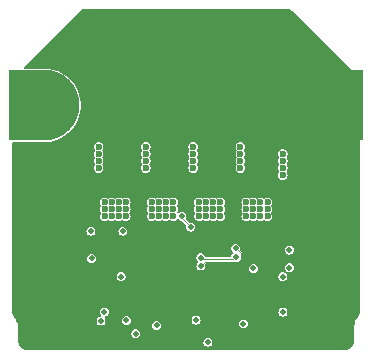
<source format=gbr>
%TF.GenerationSoftware,KiCad,Pcbnew,7.0.8-7.0.8~ubuntu22.04.1*%
%TF.CreationDate,2023-11-12T23:56:43-08:00*%
%TF.ProjectId,driver-tmc2160,64726976-6572-42d7-946d-63323136302e,rev?*%
%TF.SameCoordinates,Original*%
%TF.FileFunction,Copper,L3,Inr*%
%TF.FilePolarity,Positive*%
%FSLAX46Y46*%
G04 Gerber Fmt 4.6, Leading zero omitted, Abs format (unit mm)*
G04 Created by KiCad (PCBNEW 7.0.8-7.0.8~ubuntu22.04.1) date 2023-11-12 23:56:43*
%MOMM*%
%LPD*%
G01*
G04 APERTURE LIST*
G04 Aperture macros list*
%AMFreePoly0*
4,1,31,3.000000,0.000000,2.979715,-0.348279,2.919135,-0.691848,2.819078,-1.026060,2.680898,-1.346398,2.506463,-1.648527,2.298133,-1.928363,2.058725,-2.182121,1.791476,-2.406370,1.500000,-2.598076,1.188239,-2.754648,0.860410,-2.873969,0.520945,-2.954423,0.174434,-2.994924,-0.174434,-2.994924,-0.520945,-2.954423,-0.860410,-2.873969,-1.188239,-2.754648,-1.500000,-2.598076,-1.791476,-2.406370,
-2.058725,-2.182121,-2.298133,-1.928363,-2.506463,-1.648527,-2.680898,-1.346398,-2.819078,-1.026060,-2.919135,-0.691848,-2.979715,-0.348279,-3.000000,0.000000,-3.000000,3.000000,3.000000,3.000000,3.000000,0.000000,3.000000,0.000000,$1*%
G04 Aperture macros list end*
%TA.AperFunction,ComponentPad*%
%ADD10C,0.800000*%
%TD*%
%TA.AperFunction,ComponentPad*%
%ADD11FreePoly0,270.000000*%
%TD*%
%TA.AperFunction,ComponentPad*%
%ADD12FreePoly0,90.000000*%
%TD*%
%TA.AperFunction,ComponentPad*%
%ADD13C,0.500000*%
%TD*%
%TA.AperFunction,ViaPad*%
%ADD14C,0.500000*%
%TD*%
%TA.AperFunction,ViaPad*%
%ADD15C,0.600000*%
%TD*%
%TA.AperFunction,Conductor*%
%ADD16C,0.100000*%
%TD*%
G04 APERTURE END LIST*
D10*
%TO.N,GND*%
%TO.C,H2*%
X147000000Y-62100000D03*
X148697056Y-62802944D03*
X145302944Y-62802944D03*
X149400000Y-64500000D03*
D11*
X147000000Y-64500000D03*
D10*
X144600000Y-64500000D03*
X148697056Y-66197056D03*
X145302944Y-66197056D03*
X147000000Y-66900000D03*
%TD*%
%TO.N,+48V*%
%TO.C,H1*%
X123000000Y-66900000D03*
X121302944Y-66197056D03*
X124697056Y-66197056D03*
X120600000Y-64500000D03*
D12*
X123000000Y-64500000D03*
D10*
X125400000Y-64500000D03*
X121302944Y-62802944D03*
X124697056Y-62802944D03*
X123000000Y-62100000D03*
%TD*%
D13*
%TO.N,GND*%
%TO.C,U1*%
X130750000Y-78000000D03*
X130750000Y-79125000D03*
X130750000Y-80250000D03*
X130750000Y-81375000D03*
X131875000Y-78000000D03*
X131875000Y-79125000D03*
X131875000Y-80250000D03*
X131875000Y-81375000D03*
X133000000Y-78000000D03*
X133000000Y-79125000D03*
X133000000Y-80250000D03*
X133000000Y-81375000D03*
X134125000Y-78000000D03*
X134125000Y-79125000D03*
X134125000Y-80250000D03*
X134125000Y-81375000D03*
X135250000Y-78000000D03*
X135250000Y-79125000D03*
X135250000Y-80250000D03*
X135250000Y-81375000D03*
%TD*%
D14*
%TO.N,GND*%
X143200000Y-80500000D03*
%TO.N,/Diag0*%
X143750000Y-76750000D03*
%TO.N,/Dir*%
X143200000Y-79000000D03*
%TO.N,/Step*%
X143200000Y-82000000D03*
%TO.N,/Diag1*%
X143750000Y-78250000D03*
%TO.N,VCC*%
X139850000Y-83000000D03*
%TO.N,/Clk*%
X127800000Y-82750000D03*
%TO.N,/SRBL*%
X127000000Y-77450000D03*
%TO.N,GND*%
X138150000Y-84550000D03*
%TO.N,/~{En}*%
X140700000Y-78300000D03*
%TO.N,/~{CS}*%
X129950000Y-82700000D03*
D15*
%TO.N,GND*%
X149300000Y-72500000D03*
D14*
X139800000Y-79000000D03*
X129500000Y-79975000D03*
D15*
X149300000Y-68300000D03*
X120700000Y-72500000D03*
X120700000Y-68300000D03*
X120700000Y-69500000D03*
X120700000Y-70700000D03*
X149300000Y-73700000D03*
X149300000Y-70700000D03*
X149300000Y-69500000D03*
X120700000Y-68900000D03*
X120700000Y-70100000D03*
X120700000Y-73700000D03*
X149300000Y-68900000D03*
D14*
X129725000Y-81250000D03*
D15*
X149300000Y-74900000D03*
D14*
X139025000Y-80650000D03*
D15*
X149300000Y-71300000D03*
X120700000Y-71300000D03*
X120700000Y-71900000D03*
X149300000Y-70100000D03*
X149300000Y-71900000D03*
X149300000Y-74300000D03*
X120700000Y-74900000D03*
X120700000Y-73100000D03*
X149300000Y-73100000D03*
X120700000Y-74300000D03*
D14*
%TO.N,+12V*%
X129500000Y-79000000D03*
D15*
%TO.N,+48V*%
X140100000Y-73300000D03*
X133900000Y-72700000D03*
X129300000Y-73900000D03*
X137900000Y-73300000D03*
X129300000Y-72700000D03*
X137900000Y-73900000D03*
X132100000Y-73900000D03*
X128700000Y-73300000D03*
X128100000Y-73300000D03*
X128700000Y-72700000D03*
X137900000Y-72700000D03*
X137300000Y-73300000D03*
X136700000Y-72700000D03*
X141300000Y-73300000D03*
X129300000Y-73300000D03*
X136100000Y-72700000D03*
X133300000Y-73300000D03*
X129900000Y-73900000D03*
X129900000Y-72700000D03*
X128700000Y-73900000D03*
X137300000Y-72700000D03*
X141300000Y-72700000D03*
X133300000Y-73900000D03*
X141900000Y-72700000D03*
X136100000Y-73300000D03*
X132700000Y-73900000D03*
X132700000Y-72700000D03*
X140700000Y-73900000D03*
X129900000Y-73300000D03*
X136100000Y-73900000D03*
X133900000Y-73900000D03*
X128100000Y-73900000D03*
X140100000Y-72700000D03*
X137300000Y-73900000D03*
X140100000Y-73900000D03*
X132700000Y-73300000D03*
X132100000Y-73300000D03*
X141900000Y-73300000D03*
X133300000Y-72700000D03*
X132100000Y-72700000D03*
X136700000Y-73900000D03*
X140700000Y-73300000D03*
X140700000Y-72700000D03*
X141900000Y-73900000D03*
X141300000Y-73900000D03*
X136700000Y-73300000D03*
X128100000Y-72700000D03*
X133900000Y-73300000D03*
D14*
%TO.N,/SCK*%
X130750000Y-83825000D03*
%TO.N,/SDI*%
X132500000Y-83125000D03*
%TO.N,/SDO*%
X135850000Y-82675000D03*
%TO.N,VCC*%
X136850000Y-84550000D03*
D15*
%TO.N,Net-(Q2-S-Pad1)*%
X127600500Y-68600000D03*
X127600000Y-69200000D03*
X131600500Y-68600000D03*
X131600000Y-69800000D03*
X127600000Y-68000000D03*
X131600000Y-68000000D03*
X131600000Y-69200000D03*
X127600000Y-69800000D03*
D14*
%TO.N,/LB1*%
X129650000Y-75150000D03*
X126950000Y-75150000D03*
D15*
%TO.N,Net-(Q6-S-Pad1)*%
X135600500Y-68600000D03*
X139600000Y-68000000D03*
X143200000Y-68600000D03*
X139600000Y-69800000D03*
X143200000Y-69800000D03*
X135600000Y-69200000D03*
X135600000Y-68000000D03*
X139600500Y-68600000D03*
X143200000Y-69200000D03*
X143200000Y-70400000D03*
X139600000Y-69200000D03*
X135600000Y-69800000D03*
D14*
%TO.N,/LA1*%
X135400000Y-74800000D03*
X134650000Y-73900000D03*
%TO.N,/SRBL*%
X128075000Y-82000000D03*
%TO.N,/SRAH*%
X136250000Y-78100000D03*
X139200000Y-76600000D03*
%TO.N,/SRAL*%
X136250000Y-77400000D03*
X139200000Y-77300000D03*
%TD*%
D16*
%TO.N,/LA1*%
X135400000Y-74800000D02*
X134650000Y-74050000D01*
X134650000Y-74050000D02*
X134650000Y-73900000D01*
%TO.N,/SRAH*%
X139625000Y-77025000D02*
X139200000Y-76600000D01*
X136625000Y-77725000D02*
X139376041Y-77725000D01*
X136250000Y-78100000D02*
X136625000Y-77725000D01*
X139625000Y-77476041D02*
X139625000Y-77025000D01*
X139376041Y-77725000D02*
X139625000Y-77476041D01*
%TO.N,/SRAL*%
X138975000Y-77525000D02*
X139200000Y-77300000D01*
X136375000Y-77525000D02*
X138975000Y-77525000D01*
X136250000Y-77400000D02*
X136375000Y-77525000D01*
%TD*%
%TA.AperFunction,Conductor*%
%TO.N,GND*%
G36*
X143502424Y-56300739D02*
G01*
X143568798Y-56307276D01*
X143626764Y-56312985D01*
X143645794Y-56316770D01*
X143719273Y-56339059D01*
X143758354Y-56350915D01*
X143776285Y-56358342D01*
X143880022Y-56413791D01*
X143896158Y-56424573D01*
X143992735Y-56503831D01*
X143996335Y-56507094D01*
X144027833Y-56538590D01*
X149490023Y-62000781D01*
X149492904Y-62003663D01*
X149496168Y-62007265D01*
X149575426Y-62103841D01*
X149586208Y-62119977D01*
X149641657Y-62223714D01*
X149649084Y-62241645D01*
X149683228Y-62354203D01*
X149687014Y-62373237D01*
X149699261Y-62497575D01*
X149699500Y-62502430D01*
X149699500Y-81997571D01*
X149699262Y-82002417D01*
X149687059Y-82126539D01*
X149683286Y-82145541D01*
X149649260Y-82257920D01*
X149641859Y-82275823D01*
X149589282Y-82374394D01*
X149579197Y-82389696D01*
X149533712Y-82446476D01*
X149533709Y-82446481D01*
X149424691Y-82619215D01*
X149424685Y-82619225D01*
X149335776Y-82803092D01*
X149268083Y-82995807D01*
X149268079Y-82995820D01*
X149222471Y-83194903D01*
X149222470Y-83194910D01*
X149199521Y-83397866D01*
X149199512Y-83435057D01*
X149199500Y-83435205D01*
X149199500Y-84497569D01*
X149199261Y-84502424D01*
X149187014Y-84626762D01*
X149183228Y-84645796D01*
X149149084Y-84758354D01*
X149141657Y-84776285D01*
X149086208Y-84880022D01*
X149075426Y-84896158D01*
X149000806Y-84987083D01*
X148987083Y-85000806D01*
X148896159Y-85075426D01*
X148880023Y-85086208D01*
X148776286Y-85141657D01*
X148758355Y-85149084D01*
X148645796Y-85183228D01*
X148626763Y-85187014D01*
X148502426Y-85199261D01*
X148497571Y-85199500D01*
X121502430Y-85199500D01*
X121497575Y-85199261D01*
X121373237Y-85187014D01*
X121354203Y-85183228D01*
X121241645Y-85149084D01*
X121223714Y-85141657D01*
X121119977Y-85086208D01*
X121103841Y-85075426D01*
X121012916Y-85000806D01*
X120999193Y-84987083D01*
X120924573Y-84896158D01*
X120913791Y-84880022D01*
X120858342Y-84776285D01*
X120850915Y-84758354D01*
X120816771Y-84645796D01*
X120812985Y-84626762D01*
X120810581Y-84602351D01*
X120805425Y-84550000D01*
X136469819Y-84550000D01*
X136478110Y-84602351D01*
X136488426Y-84667481D01*
X136488428Y-84667488D01*
X136542425Y-84773462D01*
X136542427Y-84773465D01*
X136626535Y-84857573D01*
X136626537Y-84857574D01*
X136732511Y-84911571D01*
X136732513Y-84911571D01*
X136732518Y-84911574D01*
X136850000Y-84930181D01*
X136967482Y-84911574D01*
X137073465Y-84857573D01*
X137157573Y-84773465D01*
X137211574Y-84667482D01*
X137230181Y-84550000D01*
X137211574Y-84432518D01*
X137211571Y-84432513D01*
X137211571Y-84432511D01*
X137157574Y-84326537D01*
X137157573Y-84326535D01*
X137073465Y-84242427D01*
X137073462Y-84242425D01*
X136967488Y-84188428D01*
X136967483Y-84188426D01*
X136967482Y-84188426D01*
X136850000Y-84169819D01*
X136732518Y-84188426D01*
X136732511Y-84188428D01*
X136626537Y-84242425D01*
X136542425Y-84326537D01*
X136488428Y-84432511D01*
X136488426Y-84432518D01*
X136469819Y-84550000D01*
X120805425Y-84550000D01*
X120800737Y-84502409D01*
X120800500Y-84497568D01*
X120800500Y-83825000D01*
X130369819Y-83825000D01*
X130388426Y-83942481D01*
X130388428Y-83942488D01*
X130442425Y-84048462D01*
X130442427Y-84048465D01*
X130526535Y-84132573D01*
X130526537Y-84132574D01*
X130632511Y-84186571D01*
X130632513Y-84186571D01*
X130632518Y-84186574D01*
X130750000Y-84205181D01*
X130867482Y-84186574D01*
X130973465Y-84132573D01*
X131057573Y-84048465D01*
X131111574Y-83942482D01*
X131130181Y-83825000D01*
X131111574Y-83707518D01*
X131111571Y-83707513D01*
X131111571Y-83707511D01*
X131057574Y-83601537D01*
X131057573Y-83601535D01*
X130973465Y-83517427D01*
X130973462Y-83517425D01*
X130867488Y-83463428D01*
X130867483Y-83463426D01*
X130867482Y-83463426D01*
X130750000Y-83444819D01*
X130632518Y-83463426D01*
X130632511Y-83463428D01*
X130526537Y-83517425D01*
X130442425Y-83601537D01*
X130388428Y-83707511D01*
X130388426Y-83707518D01*
X130369819Y-83824999D01*
X130369819Y-83825000D01*
X120800500Y-83825000D01*
X120800500Y-83469918D01*
X120800491Y-83469738D01*
X120800477Y-83397872D01*
X120777527Y-83194911D01*
X120777527Y-83194910D01*
X120777526Y-83194904D01*
X120731918Y-82995821D01*
X120731915Y-82995812D01*
X120664224Y-82803101D01*
X120638547Y-82750000D01*
X127419819Y-82750000D01*
X127438426Y-82867481D01*
X127438428Y-82867488D01*
X127492425Y-82973462D01*
X127492427Y-82973465D01*
X127576535Y-83057573D01*
X127576537Y-83057574D01*
X127682511Y-83111571D01*
X127682513Y-83111571D01*
X127682518Y-83111574D01*
X127800000Y-83130181D01*
X127832712Y-83125000D01*
X132119819Y-83125000D01*
X132130891Y-83194910D01*
X132138426Y-83242481D01*
X132138428Y-83242488D01*
X132192425Y-83348462D01*
X132192427Y-83348465D01*
X132276535Y-83432573D01*
X132276537Y-83432574D01*
X132382511Y-83486571D01*
X132382513Y-83486571D01*
X132382518Y-83486574D01*
X132500000Y-83505181D01*
X132617482Y-83486574D01*
X132723465Y-83432573D01*
X132807573Y-83348465D01*
X132861574Y-83242482D01*
X132880181Y-83125000D01*
X132861574Y-83007518D01*
X132861571Y-83007513D01*
X132861571Y-83007511D01*
X132807574Y-82901537D01*
X132807573Y-82901535D01*
X132723465Y-82817427D01*
X132723462Y-82817425D01*
X132617488Y-82763428D01*
X132617483Y-82763426D01*
X132617482Y-82763426D01*
X132500000Y-82744819D01*
X132382518Y-82763426D01*
X132382511Y-82763428D01*
X132276537Y-82817425D01*
X132192425Y-82901537D01*
X132138428Y-83007511D01*
X132138426Y-83007518D01*
X132121946Y-83111573D01*
X132119819Y-83125000D01*
X127832712Y-83125000D01*
X127917482Y-83111574D01*
X128023465Y-83057573D01*
X128107573Y-82973465D01*
X128161574Y-82867482D01*
X128180181Y-82750000D01*
X128179360Y-82744819D01*
X128172262Y-82700000D01*
X129569819Y-82700000D01*
X129584467Y-82792488D01*
X129588426Y-82817481D01*
X129588428Y-82817488D01*
X129631253Y-82901535D01*
X129642427Y-82923465D01*
X129726535Y-83007573D01*
X129726537Y-83007574D01*
X129832511Y-83061571D01*
X129832513Y-83061571D01*
X129832518Y-83061574D01*
X129950000Y-83080181D01*
X130067482Y-83061574D01*
X130173465Y-83007573D01*
X130257573Y-82923465D01*
X130311574Y-82817482D01*
X130330181Y-82700000D01*
X130326221Y-82675000D01*
X135469819Y-82675000D01*
X135483973Y-82764369D01*
X135488426Y-82792481D01*
X135488428Y-82792488D01*
X135542425Y-82898462D01*
X135542427Y-82898465D01*
X135626535Y-82982573D01*
X135626537Y-82982574D01*
X135732511Y-83036571D01*
X135732513Y-83036571D01*
X135732518Y-83036574D01*
X135850000Y-83055181D01*
X135967482Y-83036574D01*
X136039263Y-83000000D01*
X139469819Y-83000000D01*
X139475611Y-83036573D01*
X139488426Y-83117481D01*
X139488428Y-83117488D01*
X139542425Y-83223462D01*
X139542427Y-83223465D01*
X139626535Y-83307573D01*
X139626537Y-83307574D01*
X139732511Y-83361571D01*
X139732513Y-83361571D01*
X139732518Y-83361574D01*
X139850000Y-83380181D01*
X139967482Y-83361574D01*
X140073465Y-83307573D01*
X140157573Y-83223465D01*
X140211574Y-83117482D01*
X140230181Y-83000000D01*
X140211574Y-82882518D01*
X140211571Y-82882513D01*
X140211571Y-82882511D01*
X140157574Y-82776537D01*
X140157573Y-82776535D01*
X140073465Y-82692427D01*
X140073462Y-82692425D01*
X139967488Y-82638428D01*
X139967483Y-82638426D01*
X139967482Y-82638426D01*
X139850000Y-82619819D01*
X139732518Y-82638426D01*
X139732511Y-82638428D01*
X139626537Y-82692425D01*
X139542425Y-82776537D01*
X139488428Y-82882511D01*
X139488426Y-82882518D01*
X139469819Y-83000000D01*
X136039263Y-83000000D01*
X136073465Y-82982573D01*
X136157573Y-82898465D01*
X136211574Y-82792482D01*
X136230181Y-82675000D01*
X136211574Y-82557518D01*
X136211571Y-82557513D01*
X136211571Y-82557511D01*
X136157574Y-82451537D01*
X136157573Y-82451535D01*
X136073465Y-82367427D01*
X136073462Y-82367425D01*
X135967488Y-82313428D01*
X135967483Y-82313426D01*
X135967482Y-82313426D01*
X135850000Y-82294819D01*
X135732518Y-82313426D01*
X135732511Y-82313428D01*
X135626537Y-82367425D01*
X135542425Y-82451537D01*
X135488428Y-82557511D01*
X135488426Y-82557518D01*
X135469819Y-82675000D01*
X130326221Y-82675000D01*
X130311574Y-82582518D01*
X130311571Y-82582513D01*
X130311571Y-82582511D01*
X130257574Y-82476537D01*
X130257573Y-82476535D01*
X130173465Y-82392427D01*
X130173462Y-82392425D01*
X130067488Y-82338428D01*
X130067483Y-82338426D01*
X130067482Y-82338426D01*
X129950000Y-82319819D01*
X129832518Y-82338426D01*
X129832511Y-82338428D01*
X129726537Y-82392425D01*
X129642425Y-82476537D01*
X129588428Y-82582511D01*
X129588426Y-82582518D01*
X129573779Y-82675000D01*
X129569819Y-82700000D01*
X128172262Y-82700000D01*
X128161574Y-82632518D01*
X128161571Y-82632513D01*
X128161571Y-82632511D01*
X128107574Y-82526537D01*
X128103810Y-82521356D01*
X128084903Y-82463165D01*
X128103811Y-82404975D01*
X128153311Y-82369011D01*
X128168411Y-82365386D01*
X128192482Y-82361574D01*
X128298465Y-82307573D01*
X128382573Y-82223465D01*
X128436574Y-82117482D01*
X128455181Y-82000000D01*
X142819819Y-82000000D01*
X142838426Y-82117481D01*
X142838428Y-82117488D01*
X142892425Y-82223462D01*
X142892427Y-82223465D01*
X142976535Y-82307573D01*
X142976537Y-82307574D01*
X143082511Y-82361571D01*
X143082513Y-82361571D01*
X143082518Y-82361574D01*
X143200000Y-82380181D01*
X143317482Y-82361574D01*
X143423465Y-82307573D01*
X143507573Y-82223465D01*
X143561574Y-82117482D01*
X143580181Y-82000000D01*
X143561574Y-81882518D01*
X143561571Y-81882513D01*
X143561571Y-81882511D01*
X143507574Y-81776537D01*
X143507573Y-81776535D01*
X143423465Y-81692427D01*
X143423462Y-81692425D01*
X143317488Y-81638428D01*
X143317483Y-81638426D01*
X143317482Y-81638426D01*
X143200000Y-81619819D01*
X143082518Y-81638426D01*
X143082511Y-81638428D01*
X142976537Y-81692425D01*
X142892425Y-81776537D01*
X142838428Y-81882511D01*
X142838426Y-81882518D01*
X142819819Y-81999999D01*
X142819819Y-82000000D01*
X128455181Y-82000000D01*
X128436574Y-81882518D01*
X128436571Y-81882513D01*
X128436571Y-81882511D01*
X128382574Y-81776537D01*
X128382573Y-81776535D01*
X128298465Y-81692427D01*
X128298462Y-81692425D01*
X128192488Y-81638428D01*
X128192483Y-81638426D01*
X128192482Y-81638426D01*
X128075000Y-81619819D01*
X127957518Y-81638426D01*
X127957511Y-81638428D01*
X127851537Y-81692425D01*
X127767425Y-81776537D01*
X127713428Y-81882511D01*
X127713426Y-81882518D01*
X127694819Y-81999999D01*
X127694819Y-82000000D01*
X127713426Y-82117481D01*
X127713428Y-82117488D01*
X127767425Y-82223462D01*
X127771190Y-82228644D01*
X127790096Y-82286835D01*
X127771187Y-82345026D01*
X127721686Y-82380988D01*
X127706585Y-82384614D01*
X127682517Y-82388426D01*
X127682511Y-82388428D01*
X127576537Y-82442425D01*
X127492425Y-82526537D01*
X127438428Y-82632511D01*
X127438426Y-82632518D01*
X127419819Y-82749999D01*
X127419819Y-82750000D01*
X120638547Y-82750000D01*
X120630011Y-82732346D01*
X120575308Y-82619216D01*
X120485256Y-82476535D01*
X120466290Y-82446485D01*
X120420805Y-82389704D01*
X120410730Y-82374417D01*
X120358140Y-82275820D01*
X120350740Y-82257920D01*
X120316714Y-82145541D01*
X120312942Y-82126543D01*
X120306024Y-82056173D01*
X120300738Y-82002406D01*
X120300500Y-81997560D01*
X120300500Y-79000000D01*
X129119819Y-79000000D01*
X129138426Y-79117481D01*
X129138428Y-79117488D01*
X129192425Y-79223462D01*
X129192427Y-79223465D01*
X129276535Y-79307573D01*
X129276537Y-79307574D01*
X129382511Y-79361571D01*
X129382513Y-79361571D01*
X129382518Y-79361574D01*
X129500000Y-79380181D01*
X129617482Y-79361574D01*
X129723465Y-79307573D01*
X129807573Y-79223465D01*
X129861574Y-79117482D01*
X129880181Y-79000000D01*
X142819819Y-79000000D01*
X142838426Y-79117481D01*
X142838428Y-79117488D01*
X142892425Y-79223462D01*
X142892427Y-79223465D01*
X142976535Y-79307573D01*
X142976537Y-79307574D01*
X143082511Y-79361571D01*
X143082513Y-79361571D01*
X143082518Y-79361574D01*
X143200000Y-79380181D01*
X143317482Y-79361574D01*
X143423465Y-79307573D01*
X143507573Y-79223465D01*
X143561574Y-79117482D01*
X143580181Y-79000000D01*
X143561574Y-78882518D01*
X143561571Y-78882513D01*
X143561571Y-78882511D01*
X143507574Y-78776537D01*
X143507573Y-78776535D01*
X143483427Y-78752389D01*
X143455652Y-78697875D01*
X143465223Y-78637443D01*
X143508488Y-78594178D01*
X143568920Y-78584607D01*
X143598377Y-78594178D01*
X143632518Y-78611574D01*
X143750000Y-78630181D01*
X143867482Y-78611574D01*
X143973465Y-78557573D01*
X144057573Y-78473465D01*
X144111574Y-78367482D01*
X144130181Y-78250000D01*
X144111574Y-78132518D01*
X144111571Y-78132513D01*
X144111571Y-78132511D01*
X144057574Y-78026537D01*
X144057573Y-78026535D01*
X143973465Y-77942427D01*
X143973462Y-77942425D01*
X143867488Y-77888428D01*
X143867483Y-77888426D01*
X143867482Y-77888426D01*
X143750000Y-77869819D01*
X143632518Y-77888426D01*
X143632511Y-77888428D01*
X143526537Y-77942425D01*
X143442425Y-78026537D01*
X143388428Y-78132511D01*
X143388426Y-78132518D01*
X143369819Y-78249999D01*
X143369819Y-78250000D01*
X143388426Y-78367481D01*
X143388428Y-78367488D01*
X143436368Y-78461574D01*
X143442427Y-78473465D01*
X143466571Y-78497609D01*
X143494347Y-78552124D01*
X143484776Y-78612556D01*
X143441511Y-78655821D01*
X143381079Y-78665392D01*
X143351621Y-78655820D01*
X143317488Y-78638428D01*
X143317483Y-78638426D01*
X143317482Y-78638426D01*
X143200000Y-78619819D01*
X143082518Y-78638426D01*
X143082511Y-78638428D01*
X142976537Y-78692425D01*
X142892425Y-78776537D01*
X142838428Y-78882511D01*
X142838426Y-78882518D01*
X142819819Y-78999999D01*
X142819819Y-79000000D01*
X129880181Y-79000000D01*
X129861574Y-78882518D01*
X129861571Y-78882513D01*
X129861571Y-78882511D01*
X129807574Y-78776537D01*
X129807573Y-78776535D01*
X129723465Y-78692427D01*
X129723462Y-78692425D01*
X129617488Y-78638428D01*
X129617483Y-78638426D01*
X129617482Y-78638426D01*
X129500000Y-78619819D01*
X129382518Y-78638426D01*
X129382511Y-78638428D01*
X129276537Y-78692425D01*
X129192425Y-78776537D01*
X129138428Y-78882511D01*
X129138426Y-78882518D01*
X129119819Y-78999999D01*
X129119819Y-79000000D01*
X120300500Y-79000000D01*
X120300500Y-78100000D01*
X135869819Y-78100000D01*
X135888426Y-78217481D01*
X135888428Y-78217488D01*
X135942425Y-78323462D01*
X135942427Y-78323465D01*
X136026535Y-78407573D01*
X136026537Y-78407574D01*
X136132511Y-78461571D01*
X136132513Y-78461571D01*
X136132518Y-78461574D01*
X136250000Y-78480181D01*
X136367482Y-78461574D01*
X136473465Y-78407573D01*
X136557573Y-78323465D01*
X136569529Y-78300000D01*
X140319819Y-78300000D01*
X140338426Y-78417481D01*
X140338428Y-78417488D01*
X140392425Y-78523462D01*
X140392427Y-78523465D01*
X140476535Y-78607573D01*
X140476537Y-78607574D01*
X140582511Y-78661571D01*
X140582513Y-78661571D01*
X140582518Y-78661574D01*
X140700000Y-78680181D01*
X140817482Y-78661574D01*
X140923465Y-78607573D01*
X141007573Y-78523465D01*
X141061574Y-78417482D01*
X141080181Y-78300000D01*
X141061574Y-78182518D01*
X141061571Y-78182513D01*
X141061571Y-78182511D01*
X141007574Y-78076537D01*
X141007573Y-78076535D01*
X140923465Y-77992427D01*
X140923462Y-77992425D01*
X140817488Y-77938428D01*
X140817483Y-77938426D01*
X140817482Y-77938426D01*
X140700000Y-77919819D01*
X140582518Y-77938426D01*
X140582511Y-77938428D01*
X140476537Y-77992425D01*
X140392425Y-78076537D01*
X140338428Y-78182511D01*
X140338426Y-78182518D01*
X140319819Y-78299999D01*
X140319819Y-78300000D01*
X136569529Y-78300000D01*
X136611574Y-78217482D01*
X136630181Y-78100000D01*
X136615191Y-78005357D01*
X136624762Y-77944927D01*
X136642969Y-77919869D01*
X136658347Y-77904492D01*
X136712865Y-77876718D01*
X136728346Y-77875500D01*
X139416367Y-77875500D01*
X139416368Y-77875500D01*
X139422841Y-77871761D01*
X139446724Y-77861869D01*
X139453945Y-77859935D01*
X139510976Y-77802905D01*
X139510976Y-77802904D01*
X139524896Y-77788985D01*
X139524900Y-77788978D01*
X139745430Y-77568450D01*
X139759935Y-77553945D01*
X139761869Y-77546724D01*
X139771761Y-77522841D01*
X139775500Y-77516368D01*
X139775500Y-77435715D01*
X139775500Y-77005186D01*
X139775500Y-76984673D01*
X139771762Y-76978199D01*
X139761869Y-76954314D01*
X139759935Y-76947096D01*
X139697262Y-76884422D01*
X139592968Y-76780129D01*
X139577617Y-76750000D01*
X143369819Y-76750000D01*
X143388426Y-76867481D01*
X143388428Y-76867488D01*
X143442425Y-76973462D01*
X143442427Y-76973465D01*
X143526535Y-77057573D01*
X143526537Y-77057574D01*
X143632511Y-77111571D01*
X143632513Y-77111571D01*
X143632518Y-77111574D01*
X143750000Y-77130181D01*
X143867482Y-77111574D01*
X143973465Y-77057573D01*
X144057573Y-76973465D01*
X144111574Y-76867482D01*
X144130181Y-76750000D01*
X144111574Y-76632518D01*
X144111571Y-76632513D01*
X144111571Y-76632511D01*
X144057574Y-76526537D01*
X144057573Y-76526535D01*
X143973465Y-76442427D01*
X143973462Y-76442425D01*
X143867488Y-76388428D01*
X143867483Y-76388426D01*
X143867482Y-76388426D01*
X143750000Y-76369819D01*
X143632518Y-76388426D01*
X143632511Y-76388428D01*
X143526537Y-76442425D01*
X143442425Y-76526537D01*
X143388428Y-76632511D01*
X143388426Y-76632518D01*
X143369819Y-76749999D01*
X143369819Y-76750000D01*
X139577617Y-76750000D01*
X139565191Y-76725612D01*
X139565191Y-76694644D01*
X139580181Y-76600000D01*
X139561574Y-76482518D01*
X139561571Y-76482513D01*
X139561571Y-76482511D01*
X139507574Y-76376537D01*
X139507573Y-76376535D01*
X139423465Y-76292427D01*
X139423462Y-76292425D01*
X139317488Y-76238428D01*
X139317483Y-76238426D01*
X139317482Y-76238426D01*
X139200000Y-76219819D01*
X139082518Y-76238426D01*
X139082511Y-76238428D01*
X138976537Y-76292425D01*
X138892425Y-76376537D01*
X138838428Y-76482511D01*
X138838426Y-76482518D01*
X138819819Y-76599999D01*
X138819819Y-76600000D01*
X138838426Y-76717481D01*
X138838428Y-76717488D01*
X138870346Y-76780129D01*
X138892427Y-76823465D01*
X138948960Y-76879998D01*
X138976736Y-76934513D01*
X138967165Y-76994945D01*
X138948961Y-77020000D01*
X138911389Y-77057573D01*
X138892425Y-77076537D01*
X138838428Y-77182511D01*
X138838426Y-77182518D01*
X138821246Y-77290987D01*
X138793468Y-77345504D01*
X138738952Y-77373281D01*
X138723465Y-77374500D01*
X136710696Y-77374500D01*
X136652505Y-77355593D01*
X136616541Y-77306093D01*
X136612915Y-77290986D01*
X136611574Y-77282519D01*
X136611571Y-77282511D01*
X136557574Y-77176537D01*
X136557573Y-77176535D01*
X136473465Y-77092427D01*
X136473462Y-77092425D01*
X136367488Y-77038428D01*
X136367483Y-77038426D01*
X136367482Y-77038426D01*
X136250000Y-77019819D01*
X136132518Y-77038426D01*
X136132511Y-77038428D01*
X136026537Y-77092425D01*
X135942425Y-77176537D01*
X135888428Y-77282511D01*
X135888426Y-77282518D01*
X135869819Y-77399999D01*
X135869819Y-77400000D01*
X135888426Y-77517481D01*
X135888428Y-77517488D01*
X135913905Y-77567488D01*
X135942427Y-77623465D01*
X135998960Y-77679998D01*
X136026736Y-77734513D01*
X136017165Y-77794945D01*
X135998961Y-77820000D01*
X135959028Y-77859934D01*
X135942425Y-77876537D01*
X135888428Y-77982511D01*
X135888426Y-77982518D01*
X135869819Y-78099999D01*
X135869819Y-78100000D01*
X120300500Y-78100000D01*
X120300500Y-77450000D01*
X126619819Y-77450000D01*
X126630330Y-77516368D01*
X126638426Y-77567481D01*
X126638428Y-77567488D01*
X126692425Y-77673462D01*
X126692427Y-77673465D01*
X126776535Y-77757573D01*
X126776537Y-77757574D01*
X126882511Y-77811571D01*
X126882513Y-77811571D01*
X126882518Y-77811574D01*
X127000000Y-77830181D01*
X127117482Y-77811574D01*
X127223465Y-77757573D01*
X127307573Y-77673465D01*
X127361574Y-77567482D01*
X127380181Y-77450000D01*
X127361574Y-77332518D01*
X127361571Y-77332513D01*
X127361571Y-77332511D01*
X127307574Y-77226537D01*
X127307573Y-77226535D01*
X127223465Y-77142427D01*
X127223462Y-77142425D01*
X127117488Y-77088428D01*
X127117483Y-77088426D01*
X127117482Y-77088426D01*
X127000000Y-77069819D01*
X126882518Y-77088426D01*
X126882511Y-77088428D01*
X126776537Y-77142425D01*
X126692425Y-77226537D01*
X126638428Y-77332511D01*
X126638426Y-77332518D01*
X126619819Y-77450000D01*
X120300500Y-77450000D01*
X120300500Y-75150000D01*
X126569819Y-75150000D01*
X126588426Y-75267481D01*
X126588428Y-75267488D01*
X126642425Y-75373462D01*
X126642427Y-75373465D01*
X126726535Y-75457573D01*
X126726537Y-75457574D01*
X126832511Y-75511571D01*
X126832513Y-75511571D01*
X126832518Y-75511574D01*
X126950000Y-75530181D01*
X127067482Y-75511574D01*
X127173465Y-75457573D01*
X127257573Y-75373465D01*
X127311574Y-75267482D01*
X127330181Y-75150000D01*
X129269819Y-75150000D01*
X129288426Y-75267481D01*
X129288428Y-75267488D01*
X129342425Y-75373462D01*
X129342427Y-75373465D01*
X129426535Y-75457573D01*
X129426537Y-75457574D01*
X129532511Y-75511571D01*
X129532513Y-75511571D01*
X129532518Y-75511574D01*
X129650000Y-75530181D01*
X129767482Y-75511574D01*
X129873465Y-75457573D01*
X129957573Y-75373465D01*
X130011574Y-75267482D01*
X130030181Y-75150000D01*
X130011574Y-75032518D01*
X130011571Y-75032513D01*
X130011571Y-75032511D01*
X129957574Y-74926537D01*
X129957573Y-74926535D01*
X129873465Y-74842427D01*
X129873462Y-74842425D01*
X129767488Y-74788428D01*
X129767483Y-74788426D01*
X129767482Y-74788426D01*
X129650000Y-74769819D01*
X129532518Y-74788426D01*
X129532511Y-74788428D01*
X129426537Y-74842425D01*
X129342425Y-74926537D01*
X129288428Y-75032511D01*
X129288426Y-75032518D01*
X129269819Y-75149999D01*
X129269819Y-75150000D01*
X127330181Y-75150000D01*
X127311574Y-75032518D01*
X127311571Y-75032513D01*
X127311571Y-75032511D01*
X127257574Y-74926537D01*
X127257573Y-74926535D01*
X127173465Y-74842427D01*
X127173462Y-74842425D01*
X127067488Y-74788428D01*
X127067483Y-74788426D01*
X127067482Y-74788426D01*
X126950000Y-74769819D01*
X126832518Y-74788426D01*
X126832511Y-74788428D01*
X126726537Y-74842425D01*
X126642425Y-74926537D01*
X126588428Y-75032511D01*
X126588426Y-75032518D01*
X126569819Y-75149999D01*
X126569819Y-75150000D01*
X120300500Y-75150000D01*
X120300500Y-73900000D01*
X127694508Y-73900000D01*
X127712344Y-74012616D01*
X127714354Y-74025303D01*
X127714355Y-74025307D01*
X127738893Y-74073465D01*
X127771950Y-74138342D01*
X127861658Y-74228050D01*
X127974696Y-74285646D01*
X128100000Y-74305492D01*
X128225304Y-74285646D01*
X128338342Y-74228050D01*
X128338348Y-74228043D01*
X128341810Y-74225530D01*
X128400000Y-74206623D01*
X128458190Y-74225530D01*
X128461654Y-74228046D01*
X128461658Y-74228050D01*
X128574696Y-74285646D01*
X128700000Y-74305492D01*
X128825304Y-74285646D01*
X128938342Y-74228050D01*
X128938348Y-74228043D01*
X128941810Y-74225530D01*
X129000000Y-74206623D01*
X129058190Y-74225530D01*
X129061654Y-74228046D01*
X129061658Y-74228050D01*
X129174696Y-74285646D01*
X129300000Y-74305492D01*
X129425304Y-74285646D01*
X129538342Y-74228050D01*
X129538348Y-74228043D01*
X129541810Y-74225530D01*
X129600000Y-74206623D01*
X129658190Y-74225530D01*
X129661654Y-74228046D01*
X129661658Y-74228050D01*
X129774696Y-74285646D01*
X129900000Y-74305492D01*
X130025304Y-74285646D01*
X130138342Y-74228050D01*
X130228050Y-74138342D01*
X130285646Y-74025304D01*
X130305492Y-73900000D01*
X131694508Y-73900000D01*
X131712344Y-74012616D01*
X131714354Y-74025303D01*
X131714355Y-74025307D01*
X131738893Y-74073465D01*
X131771950Y-74138342D01*
X131861658Y-74228050D01*
X131974696Y-74285646D01*
X132100000Y-74305492D01*
X132225304Y-74285646D01*
X132338342Y-74228050D01*
X132338348Y-74228043D01*
X132341810Y-74225530D01*
X132400000Y-74206623D01*
X132458190Y-74225530D01*
X132461654Y-74228046D01*
X132461658Y-74228050D01*
X132574696Y-74285646D01*
X132700000Y-74305492D01*
X132825304Y-74285646D01*
X132938342Y-74228050D01*
X132938348Y-74228043D01*
X132941810Y-74225530D01*
X133000000Y-74206623D01*
X133058190Y-74225530D01*
X133061654Y-74228046D01*
X133061658Y-74228050D01*
X133174696Y-74285646D01*
X133300000Y-74305492D01*
X133425304Y-74285646D01*
X133538342Y-74228050D01*
X133538348Y-74228043D01*
X133541810Y-74225530D01*
X133600000Y-74206623D01*
X133658190Y-74225530D01*
X133661654Y-74228046D01*
X133661658Y-74228050D01*
X133774696Y-74285646D01*
X133900000Y-74305492D01*
X134025304Y-74285646D01*
X134138342Y-74228050D01*
X134222675Y-74143716D01*
X134277190Y-74115941D01*
X134337622Y-74125512D01*
X134362677Y-74143715D01*
X134426535Y-74207573D01*
X134426537Y-74207574D01*
X134532511Y-74261571D01*
X134532513Y-74261571D01*
X134532518Y-74261574D01*
X134638834Y-74278412D01*
X134693349Y-74306189D01*
X134693350Y-74306189D01*
X135007031Y-74619870D01*
X135034808Y-74674387D01*
X135034808Y-74705361D01*
X135019819Y-74799999D01*
X135019819Y-74800000D01*
X135038426Y-74917481D01*
X135038428Y-74917488D01*
X135092425Y-75023462D01*
X135092427Y-75023465D01*
X135176535Y-75107573D01*
X135176537Y-75107574D01*
X135282511Y-75161571D01*
X135282513Y-75161571D01*
X135282518Y-75161574D01*
X135400000Y-75180181D01*
X135517482Y-75161574D01*
X135623465Y-75107573D01*
X135707573Y-75023465D01*
X135761574Y-74917482D01*
X135780181Y-74800000D01*
X135761574Y-74682518D01*
X135761571Y-74682513D01*
X135761571Y-74682511D01*
X135707574Y-74576537D01*
X135707573Y-74576535D01*
X135623465Y-74492427D01*
X135623462Y-74492425D01*
X135517488Y-74438428D01*
X135517483Y-74438426D01*
X135517482Y-74438426D01*
X135400000Y-74419819D01*
X135399999Y-74419819D01*
X135305361Y-74434808D01*
X135244929Y-74425237D01*
X135219870Y-74407031D01*
X135001254Y-74188415D01*
X134973477Y-74133898D01*
X134983047Y-74073468D01*
X135011574Y-74017482D01*
X135030181Y-73900000D01*
X135694508Y-73900000D01*
X135712344Y-74012616D01*
X135714354Y-74025303D01*
X135714355Y-74025307D01*
X135738893Y-74073465D01*
X135771950Y-74138342D01*
X135861658Y-74228050D01*
X135974696Y-74285646D01*
X136100000Y-74305492D01*
X136225304Y-74285646D01*
X136338342Y-74228050D01*
X136338348Y-74228043D01*
X136341810Y-74225530D01*
X136400000Y-74206623D01*
X136458190Y-74225530D01*
X136461654Y-74228046D01*
X136461658Y-74228050D01*
X136574696Y-74285646D01*
X136700000Y-74305492D01*
X136825304Y-74285646D01*
X136938342Y-74228050D01*
X136938348Y-74228043D01*
X136941810Y-74225530D01*
X137000000Y-74206623D01*
X137058190Y-74225530D01*
X137061654Y-74228046D01*
X137061658Y-74228050D01*
X137174696Y-74285646D01*
X137300000Y-74305492D01*
X137425304Y-74285646D01*
X137538342Y-74228050D01*
X137538348Y-74228043D01*
X137541810Y-74225530D01*
X137600000Y-74206623D01*
X137658190Y-74225530D01*
X137661654Y-74228046D01*
X137661658Y-74228050D01*
X137774696Y-74285646D01*
X137900000Y-74305492D01*
X138025304Y-74285646D01*
X138138342Y-74228050D01*
X138228050Y-74138342D01*
X138285646Y-74025304D01*
X138305492Y-73900000D01*
X139694508Y-73900000D01*
X139712344Y-74012616D01*
X139714354Y-74025303D01*
X139714355Y-74025307D01*
X139738893Y-74073465D01*
X139771950Y-74138342D01*
X139861658Y-74228050D01*
X139974696Y-74285646D01*
X140100000Y-74305492D01*
X140225304Y-74285646D01*
X140338342Y-74228050D01*
X140338348Y-74228043D01*
X140341810Y-74225530D01*
X140400000Y-74206623D01*
X140458190Y-74225530D01*
X140461654Y-74228046D01*
X140461658Y-74228050D01*
X140574696Y-74285646D01*
X140700000Y-74305492D01*
X140825304Y-74285646D01*
X140938342Y-74228050D01*
X140938348Y-74228043D01*
X140941810Y-74225530D01*
X141000000Y-74206623D01*
X141058190Y-74225530D01*
X141061654Y-74228046D01*
X141061658Y-74228050D01*
X141174696Y-74285646D01*
X141300000Y-74305492D01*
X141425304Y-74285646D01*
X141538342Y-74228050D01*
X141538348Y-74228043D01*
X141541810Y-74225530D01*
X141600000Y-74206623D01*
X141658190Y-74225530D01*
X141661654Y-74228046D01*
X141661658Y-74228050D01*
X141774696Y-74285646D01*
X141900000Y-74305492D01*
X142025304Y-74285646D01*
X142138342Y-74228050D01*
X142228050Y-74138342D01*
X142285646Y-74025304D01*
X142305492Y-73900000D01*
X142285646Y-73774696D01*
X142228050Y-73661658D01*
X142228046Y-73661654D01*
X142225530Y-73658190D01*
X142206623Y-73600000D01*
X142225530Y-73541810D01*
X142228043Y-73538348D01*
X142228050Y-73538342D01*
X142285646Y-73425304D01*
X142305492Y-73300000D01*
X142285646Y-73174696D01*
X142228050Y-73061658D01*
X142228046Y-73061654D01*
X142225530Y-73058190D01*
X142206623Y-73000000D01*
X142225530Y-72941810D01*
X142228043Y-72938348D01*
X142228050Y-72938342D01*
X142285646Y-72825304D01*
X142305492Y-72700000D01*
X142285646Y-72574696D01*
X142228050Y-72461658D01*
X142138342Y-72371950D01*
X142134406Y-72369944D01*
X142025307Y-72314355D01*
X142025304Y-72314354D01*
X141900000Y-72294508D01*
X141774696Y-72314354D01*
X141774692Y-72314355D01*
X141661656Y-72371950D01*
X141658185Y-72374473D01*
X141599993Y-72393376D01*
X141541815Y-72374473D01*
X141538343Y-72371950D01*
X141425307Y-72314355D01*
X141425304Y-72314354D01*
X141300000Y-72294508D01*
X141174696Y-72314354D01*
X141174692Y-72314355D01*
X141061656Y-72371950D01*
X141058185Y-72374473D01*
X140999993Y-72393376D01*
X140941815Y-72374473D01*
X140938343Y-72371950D01*
X140825307Y-72314355D01*
X140825304Y-72314354D01*
X140700000Y-72294508D01*
X140574696Y-72314354D01*
X140574692Y-72314355D01*
X140461656Y-72371950D01*
X140458185Y-72374473D01*
X140399993Y-72393376D01*
X140341815Y-72374473D01*
X140338343Y-72371950D01*
X140225307Y-72314355D01*
X140225304Y-72314354D01*
X140100000Y-72294508D01*
X139974696Y-72314354D01*
X139974692Y-72314355D01*
X139861659Y-72371949D01*
X139771949Y-72461659D01*
X139714355Y-72574692D01*
X139714354Y-72574696D01*
X139694508Y-72699999D01*
X139694508Y-72700000D01*
X139714354Y-72825303D01*
X139714355Y-72825307D01*
X139771950Y-72938343D01*
X139774473Y-72941815D01*
X139793376Y-73000007D01*
X139774473Y-73058185D01*
X139771950Y-73061656D01*
X139714355Y-73174692D01*
X139714354Y-73174696D01*
X139694508Y-73299999D01*
X139694508Y-73300000D01*
X139714354Y-73425303D01*
X139714355Y-73425307D01*
X139771950Y-73538343D01*
X139774473Y-73541815D01*
X139793376Y-73600007D01*
X139774473Y-73658185D01*
X139771950Y-73661656D01*
X139714355Y-73774692D01*
X139714354Y-73774696D01*
X139694508Y-73900000D01*
X138305492Y-73900000D01*
X138285646Y-73774696D01*
X138228050Y-73661658D01*
X138228046Y-73661654D01*
X138225530Y-73658190D01*
X138206623Y-73600000D01*
X138225530Y-73541810D01*
X138228043Y-73538348D01*
X138228050Y-73538342D01*
X138285646Y-73425304D01*
X138305492Y-73300000D01*
X138285646Y-73174696D01*
X138228050Y-73061658D01*
X138228046Y-73061654D01*
X138225530Y-73058190D01*
X138206623Y-73000000D01*
X138225530Y-72941810D01*
X138228043Y-72938348D01*
X138228050Y-72938342D01*
X138285646Y-72825304D01*
X138305492Y-72700000D01*
X138285646Y-72574696D01*
X138228050Y-72461658D01*
X138138342Y-72371950D01*
X138134406Y-72369944D01*
X138025307Y-72314355D01*
X138025304Y-72314354D01*
X137900000Y-72294508D01*
X137774696Y-72314354D01*
X137774692Y-72314355D01*
X137661656Y-72371950D01*
X137658185Y-72374473D01*
X137599993Y-72393376D01*
X137541815Y-72374473D01*
X137538343Y-72371950D01*
X137425307Y-72314355D01*
X137425304Y-72314354D01*
X137300000Y-72294508D01*
X137174696Y-72314354D01*
X137174692Y-72314355D01*
X137061656Y-72371950D01*
X137058185Y-72374473D01*
X136999993Y-72393376D01*
X136941815Y-72374473D01*
X136938343Y-72371950D01*
X136825307Y-72314355D01*
X136825304Y-72314354D01*
X136700000Y-72294508D01*
X136574696Y-72314354D01*
X136574692Y-72314355D01*
X136461656Y-72371950D01*
X136458185Y-72374473D01*
X136399993Y-72393376D01*
X136341815Y-72374473D01*
X136338343Y-72371950D01*
X136225307Y-72314355D01*
X136225304Y-72314354D01*
X136100000Y-72294508D01*
X135974696Y-72314354D01*
X135974692Y-72314355D01*
X135861659Y-72371949D01*
X135771949Y-72461659D01*
X135714355Y-72574692D01*
X135714354Y-72574696D01*
X135694508Y-72699999D01*
X135694508Y-72700000D01*
X135714354Y-72825303D01*
X135714355Y-72825307D01*
X135771950Y-72938343D01*
X135774473Y-72941815D01*
X135793376Y-73000007D01*
X135774473Y-73058185D01*
X135771950Y-73061656D01*
X135714355Y-73174692D01*
X135714354Y-73174696D01*
X135694508Y-73299999D01*
X135694508Y-73300000D01*
X135714354Y-73425303D01*
X135714355Y-73425307D01*
X135771950Y-73538343D01*
X135774473Y-73541815D01*
X135793376Y-73600007D01*
X135774473Y-73658185D01*
X135771950Y-73661656D01*
X135714355Y-73774692D01*
X135714354Y-73774696D01*
X135694508Y-73900000D01*
X135030181Y-73900000D01*
X135011574Y-73782518D01*
X135011571Y-73782513D01*
X135011571Y-73782511D01*
X134957574Y-73676537D01*
X134957573Y-73676535D01*
X134873465Y-73592427D01*
X134873462Y-73592425D01*
X134767488Y-73538428D01*
X134767483Y-73538426D01*
X134767482Y-73538426D01*
X134650000Y-73519819D01*
X134532518Y-73538426D01*
X134532511Y-73538428D01*
X134426537Y-73592425D01*
X134426532Y-73592429D01*
X134407652Y-73611309D01*
X134353135Y-73639085D01*
X134292703Y-73629513D01*
X134249439Y-73586247D01*
X134239869Y-73525815D01*
X134249439Y-73496363D01*
X134285646Y-73425304D01*
X134305492Y-73300000D01*
X134285646Y-73174696D01*
X134228050Y-73061658D01*
X134228046Y-73061654D01*
X134225530Y-73058190D01*
X134206623Y-73000000D01*
X134225530Y-72941810D01*
X134228043Y-72938348D01*
X134228050Y-72938342D01*
X134285646Y-72825304D01*
X134305492Y-72700000D01*
X134285646Y-72574696D01*
X134228050Y-72461658D01*
X134138342Y-72371950D01*
X134134406Y-72369944D01*
X134025307Y-72314355D01*
X134025304Y-72314354D01*
X133900000Y-72294508D01*
X133774696Y-72314354D01*
X133774692Y-72314355D01*
X133661656Y-72371950D01*
X133658185Y-72374473D01*
X133599993Y-72393376D01*
X133541815Y-72374473D01*
X133538343Y-72371950D01*
X133425307Y-72314355D01*
X133425304Y-72314354D01*
X133300000Y-72294508D01*
X133174696Y-72314354D01*
X133174692Y-72314355D01*
X133061656Y-72371950D01*
X133058185Y-72374473D01*
X132999993Y-72393376D01*
X132941815Y-72374473D01*
X132938343Y-72371950D01*
X132825307Y-72314355D01*
X132825304Y-72314354D01*
X132700000Y-72294508D01*
X132574696Y-72314354D01*
X132574692Y-72314355D01*
X132461656Y-72371950D01*
X132458185Y-72374473D01*
X132399993Y-72393376D01*
X132341815Y-72374473D01*
X132338343Y-72371950D01*
X132225307Y-72314355D01*
X132225304Y-72314354D01*
X132100000Y-72294508D01*
X131974696Y-72314354D01*
X131974692Y-72314355D01*
X131861659Y-72371949D01*
X131771949Y-72461659D01*
X131714355Y-72574692D01*
X131714354Y-72574696D01*
X131694508Y-72699999D01*
X131694508Y-72700000D01*
X131714354Y-72825303D01*
X131714355Y-72825307D01*
X131771950Y-72938343D01*
X131774473Y-72941815D01*
X131793376Y-73000007D01*
X131774473Y-73058185D01*
X131771950Y-73061656D01*
X131714355Y-73174692D01*
X131714354Y-73174696D01*
X131694508Y-73299999D01*
X131694508Y-73300000D01*
X131714354Y-73425303D01*
X131714355Y-73425307D01*
X131771950Y-73538343D01*
X131774473Y-73541815D01*
X131793376Y-73600007D01*
X131774473Y-73658185D01*
X131771950Y-73661656D01*
X131714355Y-73774692D01*
X131714354Y-73774696D01*
X131694508Y-73900000D01*
X130305492Y-73900000D01*
X130285646Y-73774696D01*
X130228050Y-73661658D01*
X130228046Y-73661654D01*
X130225530Y-73658190D01*
X130206623Y-73600000D01*
X130225530Y-73541810D01*
X130228043Y-73538348D01*
X130228050Y-73538342D01*
X130285646Y-73425304D01*
X130305492Y-73300000D01*
X130285646Y-73174696D01*
X130228050Y-73061658D01*
X130228046Y-73061654D01*
X130225530Y-73058190D01*
X130206623Y-73000000D01*
X130225530Y-72941810D01*
X130228043Y-72938348D01*
X130228050Y-72938342D01*
X130285646Y-72825304D01*
X130305492Y-72700000D01*
X130285646Y-72574696D01*
X130228050Y-72461658D01*
X130138342Y-72371950D01*
X130134406Y-72369944D01*
X130025307Y-72314355D01*
X130025304Y-72314354D01*
X129900000Y-72294508D01*
X129774696Y-72314354D01*
X129774692Y-72314355D01*
X129661656Y-72371950D01*
X129658185Y-72374473D01*
X129599993Y-72393376D01*
X129541815Y-72374473D01*
X129538343Y-72371950D01*
X129425307Y-72314355D01*
X129425304Y-72314354D01*
X129300000Y-72294508D01*
X129174696Y-72314354D01*
X129174692Y-72314355D01*
X129061656Y-72371950D01*
X129058185Y-72374473D01*
X128999993Y-72393376D01*
X128941815Y-72374473D01*
X128938343Y-72371950D01*
X128825307Y-72314355D01*
X128825304Y-72314354D01*
X128700000Y-72294508D01*
X128574696Y-72314354D01*
X128574692Y-72314355D01*
X128461656Y-72371950D01*
X128458185Y-72374473D01*
X128399993Y-72393376D01*
X128341815Y-72374473D01*
X128338343Y-72371950D01*
X128225307Y-72314355D01*
X128225304Y-72314354D01*
X128100000Y-72294508D01*
X127974696Y-72314354D01*
X127974692Y-72314355D01*
X127861659Y-72371949D01*
X127771949Y-72461659D01*
X127714355Y-72574692D01*
X127714354Y-72574696D01*
X127694508Y-72699999D01*
X127694508Y-72700000D01*
X127714354Y-72825303D01*
X127714355Y-72825307D01*
X127771950Y-72938343D01*
X127774473Y-72941815D01*
X127793376Y-73000007D01*
X127774473Y-73058185D01*
X127771950Y-73061656D01*
X127714355Y-73174692D01*
X127714354Y-73174696D01*
X127694508Y-73299999D01*
X127694508Y-73300000D01*
X127714354Y-73425303D01*
X127714355Y-73425307D01*
X127771950Y-73538343D01*
X127774473Y-73541815D01*
X127793376Y-73600007D01*
X127774473Y-73658185D01*
X127771950Y-73661656D01*
X127714355Y-73774692D01*
X127714354Y-73774696D01*
X127694508Y-73900000D01*
X120300500Y-73900000D01*
X120300500Y-70400000D01*
X142794508Y-70400000D01*
X142814354Y-70525303D01*
X142814355Y-70525307D01*
X142869944Y-70634406D01*
X142871950Y-70638342D01*
X142961658Y-70728050D01*
X143074696Y-70785646D01*
X143200000Y-70805492D01*
X143325304Y-70785646D01*
X143438342Y-70728050D01*
X143528050Y-70638342D01*
X143585646Y-70525304D01*
X143605492Y-70400000D01*
X143585646Y-70274696D01*
X143528050Y-70161658D01*
X143528046Y-70161654D01*
X143525530Y-70158190D01*
X143506623Y-70100000D01*
X143525530Y-70041810D01*
X143528043Y-70038348D01*
X143528050Y-70038342D01*
X143585646Y-69925304D01*
X143605492Y-69800000D01*
X143585646Y-69674696D01*
X143528050Y-69561658D01*
X143528046Y-69561654D01*
X143525530Y-69558190D01*
X143506623Y-69500000D01*
X143525530Y-69441810D01*
X143528043Y-69438348D01*
X143528050Y-69438342D01*
X143585646Y-69325304D01*
X143605492Y-69200000D01*
X143585646Y-69074696D01*
X143528050Y-68961658D01*
X143528046Y-68961654D01*
X143525530Y-68958190D01*
X143506623Y-68900000D01*
X143525530Y-68841810D01*
X143528043Y-68838348D01*
X143528050Y-68838342D01*
X143585646Y-68725304D01*
X143605492Y-68600000D01*
X143585646Y-68474696D01*
X143528050Y-68361658D01*
X143438342Y-68271950D01*
X143386029Y-68245295D01*
X143325307Y-68214355D01*
X143325304Y-68214354D01*
X143200000Y-68194508D01*
X143074696Y-68214354D01*
X143074692Y-68214355D01*
X142961659Y-68271949D01*
X142871949Y-68361659D01*
X142814355Y-68474692D01*
X142814354Y-68474696D01*
X142794508Y-68599999D01*
X142794508Y-68600000D01*
X142814354Y-68725303D01*
X142814355Y-68725307D01*
X142871950Y-68838343D01*
X142874473Y-68841815D01*
X142893376Y-68900007D01*
X142874473Y-68958185D01*
X142871950Y-68961656D01*
X142814355Y-69074692D01*
X142814354Y-69074696D01*
X142794508Y-69199999D01*
X142794508Y-69200000D01*
X142814354Y-69325303D01*
X142814355Y-69325307D01*
X142871950Y-69438343D01*
X142874473Y-69441815D01*
X142893376Y-69500007D01*
X142874473Y-69558185D01*
X142871950Y-69561656D01*
X142814355Y-69674692D01*
X142814354Y-69674696D01*
X142794508Y-69799999D01*
X142794508Y-69800000D01*
X142814354Y-69925303D01*
X142814355Y-69925307D01*
X142871950Y-70038343D01*
X142874473Y-70041815D01*
X142893376Y-70100007D01*
X142874473Y-70158185D01*
X142871950Y-70161656D01*
X142814355Y-70274692D01*
X142814354Y-70274696D01*
X142794508Y-70399999D01*
X142794508Y-70400000D01*
X120300500Y-70400000D01*
X120300500Y-69800000D01*
X127194508Y-69800000D01*
X127214354Y-69925303D01*
X127214355Y-69925307D01*
X127269944Y-70034406D01*
X127271950Y-70038342D01*
X127361658Y-70128050D01*
X127474696Y-70185646D01*
X127600000Y-70205492D01*
X127725304Y-70185646D01*
X127838342Y-70128050D01*
X127928050Y-70038342D01*
X127985646Y-69925304D01*
X128005492Y-69800000D01*
X131194508Y-69800000D01*
X131214354Y-69925303D01*
X131214355Y-69925307D01*
X131269944Y-70034406D01*
X131271950Y-70038342D01*
X131361658Y-70128050D01*
X131474696Y-70185646D01*
X131600000Y-70205492D01*
X131725304Y-70185646D01*
X131838342Y-70128050D01*
X131928050Y-70038342D01*
X131985646Y-69925304D01*
X132005492Y-69800000D01*
X135194508Y-69800000D01*
X135214354Y-69925303D01*
X135214355Y-69925307D01*
X135269944Y-70034406D01*
X135271950Y-70038342D01*
X135361658Y-70128050D01*
X135474696Y-70185646D01*
X135600000Y-70205492D01*
X135725304Y-70185646D01*
X135838342Y-70128050D01*
X135928050Y-70038342D01*
X135985646Y-69925304D01*
X136005492Y-69800000D01*
X139194508Y-69800000D01*
X139214354Y-69925303D01*
X139214355Y-69925307D01*
X139269944Y-70034406D01*
X139271950Y-70038342D01*
X139361658Y-70128050D01*
X139474696Y-70185646D01*
X139600000Y-70205492D01*
X139725304Y-70185646D01*
X139838342Y-70128050D01*
X139928050Y-70038342D01*
X139985646Y-69925304D01*
X140005492Y-69800000D01*
X139985646Y-69674696D01*
X139928050Y-69561658D01*
X139928046Y-69561654D01*
X139925530Y-69558190D01*
X139906623Y-69500000D01*
X139925530Y-69441810D01*
X139928043Y-69438348D01*
X139928050Y-69438342D01*
X139985646Y-69325304D01*
X140005492Y-69200000D01*
X139985646Y-69074696D01*
X139928050Y-68961658D01*
X139928048Y-68961656D01*
X139925780Y-68958534D01*
X139924586Y-68954862D01*
X139924513Y-68954717D01*
X139924536Y-68954705D01*
X139906873Y-68900343D01*
X139925780Y-68842153D01*
X139928543Y-68838348D01*
X139928550Y-68838342D01*
X139986146Y-68725304D01*
X140005992Y-68600000D01*
X139986146Y-68474696D01*
X139928550Y-68361658D01*
X139928549Y-68361657D01*
X139928548Y-68361655D01*
X139925778Y-68357842D01*
X139906873Y-68299650D01*
X139924536Y-68245295D01*
X139924513Y-68245283D01*
X139924590Y-68245131D01*
X139925783Y-68241461D01*
X139928044Y-68238347D01*
X139928050Y-68238342D01*
X139985646Y-68125304D01*
X140005492Y-68000000D01*
X139985646Y-67874696D01*
X139928050Y-67761658D01*
X139838342Y-67671950D01*
X139834406Y-67669944D01*
X139725307Y-67614355D01*
X139725304Y-67614354D01*
X139600000Y-67594508D01*
X139474696Y-67614354D01*
X139474692Y-67614355D01*
X139361659Y-67671949D01*
X139271949Y-67761659D01*
X139214355Y-67874692D01*
X139214354Y-67874696D01*
X139194508Y-67999999D01*
X139194508Y-68000000D01*
X139214354Y-68125303D01*
X139214355Y-68125307D01*
X139271951Y-68238344D01*
X139274722Y-68242158D01*
X139293626Y-68300350D01*
X139275965Y-68354705D01*
X139275987Y-68354717D01*
X139275916Y-68354854D01*
X139274723Y-68358529D01*
X139272451Y-68361656D01*
X139214855Y-68474692D01*
X139214854Y-68474696D01*
X139195008Y-68599999D01*
X139195008Y-68600000D01*
X139214854Y-68725303D01*
X139214855Y-68725307D01*
X139244181Y-68782861D01*
X139272450Y-68838342D01*
X139272451Y-68838343D01*
X139274720Y-68841466D01*
X139275912Y-68845137D01*
X139275987Y-68845283D01*
X139275963Y-68845294D01*
X139293626Y-68899658D01*
X139274725Y-68957837D01*
X139271952Y-68961654D01*
X139214355Y-69074692D01*
X139214354Y-69074696D01*
X139194508Y-69199999D01*
X139194508Y-69200000D01*
X139214354Y-69325303D01*
X139214355Y-69325307D01*
X139271950Y-69438343D01*
X139274473Y-69441815D01*
X139293376Y-69500007D01*
X139274473Y-69558185D01*
X139271950Y-69561656D01*
X139214355Y-69674692D01*
X139214354Y-69674696D01*
X139194508Y-69799999D01*
X139194508Y-69800000D01*
X136005492Y-69800000D01*
X135985646Y-69674696D01*
X135928050Y-69561658D01*
X135928046Y-69561654D01*
X135925530Y-69558190D01*
X135906623Y-69500000D01*
X135925530Y-69441810D01*
X135928043Y-69438348D01*
X135928050Y-69438342D01*
X135985646Y-69325304D01*
X136005492Y-69200000D01*
X135985646Y-69074696D01*
X135928050Y-68961658D01*
X135928048Y-68961656D01*
X135925780Y-68958534D01*
X135924586Y-68954862D01*
X135924513Y-68954717D01*
X135924536Y-68954705D01*
X135906873Y-68900343D01*
X135925780Y-68842153D01*
X135928543Y-68838348D01*
X135928550Y-68838342D01*
X135986146Y-68725304D01*
X136005992Y-68600000D01*
X135986146Y-68474696D01*
X135928550Y-68361658D01*
X135928549Y-68361657D01*
X135928548Y-68361655D01*
X135925778Y-68357842D01*
X135906873Y-68299650D01*
X135924536Y-68245295D01*
X135924513Y-68245283D01*
X135924590Y-68245131D01*
X135925783Y-68241461D01*
X135928044Y-68238347D01*
X135928050Y-68238342D01*
X135985646Y-68125304D01*
X136005492Y-68000000D01*
X135985646Y-67874696D01*
X135928050Y-67761658D01*
X135838342Y-67671950D01*
X135834406Y-67669944D01*
X135725307Y-67614355D01*
X135725304Y-67614354D01*
X135600000Y-67594508D01*
X135474696Y-67614354D01*
X135474692Y-67614355D01*
X135361659Y-67671949D01*
X135271949Y-67761659D01*
X135214355Y-67874692D01*
X135214354Y-67874696D01*
X135194508Y-67999999D01*
X135194508Y-68000000D01*
X135214354Y-68125303D01*
X135214355Y-68125307D01*
X135271951Y-68238344D01*
X135274722Y-68242158D01*
X135293626Y-68300350D01*
X135275965Y-68354705D01*
X135275987Y-68354717D01*
X135275916Y-68354854D01*
X135274723Y-68358529D01*
X135272451Y-68361656D01*
X135214855Y-68474692D01*
X135214854Y-68474696D01*
X135195008Y-68599999D01*
X135195008Y-68600000D01*
X135214854Y-68725303D01*
X135214855Y-68725307D01*
X135244181Y-68782861D01*
X135272450Y-68838342D01*
X135272451Y-68838343D01*
X135274720Y-68841466D01*
X135275912Y-68845137D01*
X135275987Y-68845283D01*
X135275963Y-68845294D01*
X135293626Y-68899658D01*
X135274725Y-68957837D01*
X135271952Y-68961654D01*
X135214355Y-69074692D01*
X135214354Y-69074696D01*
X135194508Y-69199999D01*
X135194508Y-69200000D01*
X135214354Y-69325303D01*
X135214355Y-69325307D01*
X135271950Y-69438343D01*
X135274473Y-69441815D01*
X135293376Y-69500007D01*
X135274473Y-69558185D01*
X135271950Y-69561656D01*
X135214355Y-69674692D01*
X135214354Y-69674696D01*
X135194508Y-69799999D01*
X135194508Y-69800000D01*
X132005492Y-69800000D01*
X131985646Y-69674696D01*
X131928050Y-69561658D01*
X131928046Y-69561654D01*
X131925530Y-69558190D01*
X131906623Y-69500000D01*
X131925530Y-69441810D01*
X131928043Y-69438348D01*
X131928050Y-69438342D01*
X131985646Y-69325304D01*
X132005492Y-69200000D01*
X131985646Y-69074696D01*
X131928050Y-68961658D01*
X131928048Y-68961656D01*
X131925780Y-68958534D01*
X131924586Y-68954862D01*
X131924513Y-68954717D01*
X131924536Y-68954705D01*
X131906873Y-68900343D01*
X131925780Y-68842153D01*
X131928543Y-68838348D01*
X131928550Y-68838342D01*
X131986146Y-68725304D01*
X132005992Y-68600000D01*
X131986146Y-68474696D01*
X131928550Y-68361658D01*
X131928549Y-68361657D01*
X131928548Y-68361655D01*
X131925778Y-68357842D01*
X131906873Y-68299650D01*
X131924536Y-68245295D01*
X131924513Y-68245283D01*
X131924590Y-68245131D01*
X131925783Y-68241461D01*
X131928044Y-68238347D01*
X131928050Y-68238342D01*
X131985646Y-68125304D01*
X132005492Y-68000000D01*
X131985646Y-67874696D01*
X131928050Y-67761658D01*
X131838342Y-67671950D01*
X131834406Y-67669944D01*
X131725307Y-67614355D01*
X131725304Y-67614354D01*
X131600000Y-67594508D01*
X131474696Y-67614354D01*
X131474692Y-67614355D01*
X131361659Y-67671949D01*
X131271949Y-67761659D01*
X131214355Y-67874692D01*
X131214354Y-67874696D01*
X131194508Y-67999999D01*
X131194508Y-68000000D01*
X131214354Y-68125303D01*
X131214355Y-68125307D01*
X131271951Y-68238344D01*
X131274722Y-68242158D01*
X131293626Y-68300350D01*
X131275965Y-68354705D01*
X131275987Y-68354717D01*
X131275916Y-68354854D01*
X131274723Y-68358529D01*
X131272451Y-68361656D01*
X131214855Y-68474692D01*
X131214854Y-68474696D01*
X131195008Y-68599999D01*
X131195008Y-68600000D01*
X131214854Y-68725303D01*
X131214855Y-68725307D01*
X131244181Y-68782861D01*
X131272450Y-68838342D01*
X131272451Y-68838343D01*
X131274720Y-68841466D01*
X131275912Y-68845137D01*
X131275987Y-68845283D01*
X131275963Y-68845294D01*
X131293626Y-68899658D01*
X131274725Y-68957837D01*
X131271952Y-68961654D01*
X131214355Y-69074692D01*
X131214354Y-69074696D01*
X131194508Y-69199999D01*
X131194508Y-69200000D01*
X131214354Y-69325303D01*
X131214355Y-69325307D01*
X131271950Y-69438343D01*
X131274473Y-69441815D01*
X131293376Y-69500007D01*
X131274473Y-69558185D01*
X131271950Y-69561656D01*
X131214355Y-69674692D01*
X131214354Y-69674696D01*
X131194508Y-69799999D01*
X131194508Y-69800000D01*
X128005492Y-69800000D01*
X127985646Y-69674696D01*
X127928050Y-69561658D01*
X127928046Y-69561654D01*
X127925530Y-69558190D01*
X127906623Y-69500000D01*
X127925530Y-69441810D01*
X127928043Y-69438348D01*
X127928050Y-69438342D01*
X127985646Y-69325304D01*
X128005492Y-69200000D01*
X127985646Y-69074696D01*
X127928050Y-68961658D01*
X127928048Y-68961656D01*
X127925780Y-68958534D01*
X127924586Y-68954862D01*
X127924513Y-68954717D01*
X127924536Y-68954705D01*
X127906873Y-68900343D01*
X127925780Y-68842153D01*
X127928543Y-68838348D01*
X127928550Y-68838342D01*
X127986146Y-68725304D01*
X128005992Y-68600000D01*
X127986146Y-68474696D01*
X127928550Y-68361658D01*
X127928549Y-68361657D01*
X127928548Y-68361655D01*
X127925778Y-68357842D01*
X127906873Y-68299650D01*
X127924536Y-68245295D01*
X127924513Y-68245283D01*
X127924590Y-68245131D01*
X127925783Y-68241461D01*
X127928044Y-68238347D01*
X127928050Y-68238342D01*
X127985646Y-68125304D01*
X128005492Y-68000000D01*
X127985646Y-67874696D01*
X127928050Y-67761658D01*
X127838342Y-67671950D01*
X127834406Y-67669944D01*
X127725307Y-67614355D01*
X127725304Y-67614354D01*
X127600000Y-67594508D01*
X127474696Y-67614354D01*
X127474692Y-67614355D01*
X127361659Y-67671949D01*
X127271949Y-67761659D01*
X127214355Y-67874692D01*
X127214354Y-67874696D01*
X127194508Y-67999999D01*
X127194508Y-68000000D01*
X127214354Y-68125303D01*
X127214355Y-68125307D01*
X127271951Y-68238344D01*
X127274722Y-68242158D01*
X127293626Y-68300350D01*
X127275965Y-68354705D01*
X127275987Y-68354717D01*
X127275916Y-68354854D01*
X127274723Y-68358529D01*
X127272451Y-68361656D01*
X127214855Y-68474692D01*
X127214854Y-68474696D01*
X127195008Y-68599999D01*
X127195008Y-68600000D01*
X127214854Y-68725303D01*
X127214855Y-68725307D01*
X127244181Y-68782861D01*
X127272450Y-68838342D01*
X127272451Y-68838343D01*
X127274720Y-68841466D01*
X127275912Y-68845137D01*
X127275987Y-68845283D01*
X127275963Y-68845294D01*
X127293626Y-68899658D01*
X127274725Y-68957837D01*
X127271952Y-68961654D01*
X127214355Y-69074692D01*
X127214354Y-69074696D01*
X127194508Y-69199999D01*
X127194508Y-69200000D01*
X127214354Y-69325303D01*
X127214355Y-69325307D01*
X127271950Y-69438343D01*
X127274473Y-69441815D01*
X127293376Y-69500007D01*
X127274473Y-69558185D01*
X127271950Y-69561656D01*
X127214355Y-69674692D01*
X127214354Y-69674696D01*
X127194508Y-69799999D01*
X127194508Y-69800000D01*
X120300500Y-69800000D01*
X120300500Y-67701469D01*
X120319407Y-67643278D01*
X120368907Y-67607314D01*
X120399500Y-67602469D01*
X122908275Y-67602469D01*
X122911153Y-67602553D01*
X122972240Y-67606109D01*
X122997018Y-67607553D01*
X122997023Y-67607553D01*
X123002977Y-67607553D01*
X123002981Y-67607553D01*
X123357803Y-67586887D01*
X123363721Y-67586195D01*
X123363721Y-67586196D01*
X123504319Y-67561404D01*
X123713750Y-67524477D01*
X123719552Y-67523101D01*
X124060044Y-67421164D01*
X124065647Y-67419125D01*
X124201594Y-67360483D01*
X124391997Y-67278352D01*
X124391996Y-67278352D01*
X124392003Y-67278349D01*
X124397331Y-67275673D01*
X124705138Y-67097961D01*
X124710120Y-67094684D01*
X124995213Y-66882440D01*
X124999781Y-66878607D01*
X124999782Y-66878606D01*
X124999783Y-66878606D01*
X125258306Y-66634701D01*
X125262396Y-66630366D01*
X125490857Y-66358098D01*
X125494425Y-66353305D01*
X125494425Y-66353306D01*
X125689727Y-66056362D01*
X125692711Y-66051192D01*
X125852225Y-65733577D01*
X125852228Y-65733570D01*
X125852227Y-65733574D01*
X125854587Y-65728100D01*
X125854589Y-65728097D01*
X125976145Y-65394121D01*
X125976146Y-65394120D01*
X125977860Y-65388392D01*
X126059825Y-65042557D01*
X126060860Y-65036684D01*
X126060861Y-65036677D01*
X126102123Y-64683663D01*
X126102122Y-64683666D01*
X126102469Y-64677713D01*
X126102469Y-64322287D01*
X126102122Y-64316334D01*
X126102123Y-64316337D01*
X126060861Y-63963323D01*
X126060861Y-63963324D01*
X126060860Y-63963316D01*
X126059825Y-63957443D01*
X125977858Y-63611600D01*
X125976148Y-63605887D01*
X125976146Y-63605880D01*
X125976145Y-63605879D01*
X125854589Y-63271903D01*
X125854587Y-63271900D01*
X125852227Y-63266426D01*
X125852228Y-63266430D01*
X125852225Y-63266423D01*
X125692710Y-62948806D01*
X125689729Y-62943641D01*
X125682618Y-62932830D01*
X125494425Y-62646694D01*
X125494425Y-62646695D01*
X125494421Y-62646689D01*
X125490860Y-62641906D01*
X125262398Y-62369636D01*
X125258306Y-62365299D01*
X125127241Y-62241645D01*
X124999783Y-62121394D01*
X124999782Y-62121394D01*
X124999781Y-62121393D01*
X124995213Y-62117560D01*
X124710120Y-61905316D01*
X124705138Y-61902039D01*
X124397331Y-61724327D01*
X124392003Y-61721651D01*
X124391996Y-61721648D01*
X124391997Y-61721648D01*
X124156646Y-61620128D01*
X124065647Y-61580875D01*
X124060044Y-61578836D01*
X123719552Y-61476899D01*
X123719553Y-61476899D01*
X123719549Y-61476898D01*
X123716651Y-61476211D01*
X123713750Y-61475523D01*
X123441639Y-61427543D01*
X123363721Y-61413804D01*
X123357803Y-61413113D01*
X123002981Y-61392447D01*
X122997018Y-61392447D01*
X122972240Y-61393890D01*
X122911153Y-61397447D01*
X122908275Y-61397531D01*
X121352234Y-61397531D01*
X121294043Y-61378624D01*
X121258079Y-61329124D01*
X121258079Y-61267938D01*
X121282230Y-61228527D01*
X126003663Y-56507095D01*
X126007265Y-56503831D01*
X126103841Y-56424573D01*
X126119977Y-56413791D01*
X126223716Y-56358340D01*
X126241643Y-56350915D01*
X126354207Y-56316770D01*
X126373233Y-56312985D01*
X126497591Y-56300737D01*
X126502431Y-56300500D01*
X126547595Y-56300500D01*
X143452405Y-56300500D01*
X143497569Y-56300500D01*
X143502424Y-56300739D01*
G37*
%TD.AperFunction*%
%TD*%
M02*

</source>
